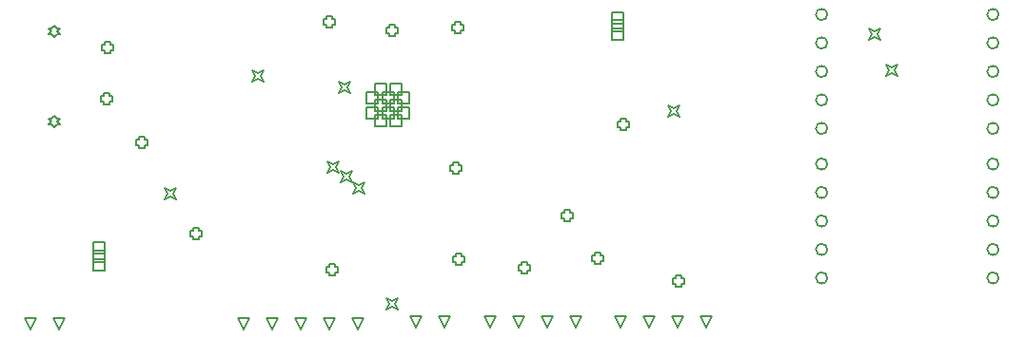
<source format=gbr>
G04*
G04 #@! TF.GenerationSoftware,Altium Limited,Altium Designer,24.7.2 (38)*
G04*
G04 Layer_Color=2752767*
%FSLAX25Y25*%
%MOIN*%
G70*
G04*
G04 #@! TF.SameCoordinates,557B2C77-FFCE-42D9-A2FA-4134FEC932EB*
G04*
G04*
G04 #@! TF.FilePolarity,Positive*
G04*
G01*
G75*
%ADD12C,0.00500*%
%ADD79C,0.00667*%
D12*
X142902Y89095D02*
Y93094D01*
X146902D01*
Y89095D01*
X142902D01*
X137390Y89095D02*
Y93094D01*
X141390D01*
Y89095D01*
X137390D01*
X142902Y94606D02*
Y98606D01*
X146902D01*
Y94606D01*
X142902D01*
X137390Y94606D02*
Y98606D01*
X141390D01*
Y94606D01*
X137390D01*
X142902Y100118D02*
Y104118D01*
X146902D01*
Y100118D01*
X142902D01*
X137390Y100118D02*
Y104118D01*
X141390D01*
Y100118D01*
X137390D01*
X145658Y91850D02*
Y95850D01*
X149657D01*
Y91850D01*
X145658D01*
X140146D02*
Y95850D01*
X144146D01*
Y91850D01*
X140146D01*
X134634Y91850D02*
Y95850D01*
X138634D01*
Y91850D01*
X134634D01*
X145658Y97362D02*
Y101362D01*
X149657D01*
Y97362D01*
X145658D01*
X134634Y97362D02*
Y101362D01*
X138634D01*
Y97362D01*
X134634D01*
X140146Y97362D02*
Y101362D01*
X144146D01*
Y97362D01*
X140146D01*
X39000Y44440D02*
Y48440D01*
X43000D01*
Y44440D01*
X39000D01*
X25205Y120488D02*
X26205Y121488D01*
X27205D01*
X26205Y122488D01*
X27205Y123488D01*
X26205D01*
X25205Y124488D01*
X24205Y123488D01*
X23205D01*
X24205Y122488D01*
X23205Y121488D01*
X24205D01*
X25205Y120488D01*
Y88992D02*
X26205Y89992D01*
X27205D01*
X26205Y90992D01*
X27205Y91992D01*
X26205D01*
X25205Y92992D01*
X24205Y91992D01*
X23205D01*
X24205Y90992D01*
X23205Y89992D01*
X24205D01*
X25205Y88992D01*
X178000Y18500D02*
X176000Y22500D01*
X180000D01*
X178000Y18500D01*
X188000D02*
X186000Y22500D01*
X190000D01*
X188000Y18500D01*
X198000D02*
X196000Y22500D01*
X200000D01*
X198000Y18500D01*
X208000D02*
X206000Y22500D01*
X210000D01*
X208000Y18500D01*
X27000Y18000D02*
X25000Y22000D01*
X29000D01*
X27000Y18000D01*
X17000D02*
X15000Y22000D01*
X19000D01*
X17000Y18000D01*
X220500Y119500D02*
Y123500D01*
X224500D01*
Y119500D01*
X220500D01*
Y122440D02*
Y126440D01*
X224500D01*
Y122440D01*
X220500D01*
Y125380D02*
Y129380D01*
X224500D01*
Y125380D01*
X220500D01*
X39000Y41500D02*
Y45500D01*
X43000D01*
Y41500D01*
X39000D01*
Y38560D02*
Y42560D01*
X43000D01*
Y38560D01*
X39000D01*
X162000Y18500D02*
X160000Y22500D01*
X164000D01*
X162000Y18500D01*
X152000D02*
X150000Y22500D01*
X154000D01*
X152000Y18500D01*
X91500Y18000D02*
X89500Y22000D01*
X93500D01*
X91500Y18000D01*
X101500D02*
X99500Y22000D01*
X103500D01*
X101500Y18000D01*
X111500D02*
X109500Y22000D01*
X113500D01*
X111500Y18000D01*
X121500D02*
X119500Y22000D01*
X123500D01*
X121500Y18000D01*
X131500D02*
X129500Y22000D01*
X133500D01*
X131500Y18000D01*
X223500Y18500D02*
X221500Y22500D01*
X225500D01*
X223500Y18500D01*
X233500D02*
X231500Y22500D01*
X235500D01*
X233500Y18500D01*
X243500D02*
X241500Y22500D01*
X245500D01*
X243500Y18500D01*
X253500D02*
X251500Y22500D01*
X255500D01*
X253500Y18500D01*
X310500Y119500D02*
X311500Y121500D01*
X310500Y123500D01*
X312500Y122500D01*
X314500Y123500D01*
X313500Y121500D01*
X314500Y119500D01*
X312500Y120500D01*
X310500Y119500D01*
X55000Y82500D02*
Y81500D01*
X57000D01*
Y82500D01*
X58000D01*
Y84500D01*
X57000D01*
Y85500D01*
X55000D01*
Y84500D01*
X54000D01*
Y82500D01*
X55000D01*
X42500Y98000D02*
Y97000D01*
X44500D01*
Y98000D01*
X45500D01*
Y100000D01*
X44500D01*
Y101000D01*
X42500D01*
Y100000D01*
X41500D01*
Y98000D01*
X42500D01*
X43000Y116000D02*
Y115000D01*
X45000D01*
Y116000D01*
X46000D01*
Y118000D01*
X45000D01*
Y119000D01*
X43000D01*
Y118000D01*
X42000D01*
Y116000D01*
X43000D01*
X142500Y122000D02*
Y121000D01*
X144500D01*
Y122000D01*
X145500D01*
Y124000D01*
X144500D01*
Y125000D01*
X142500D01*
Y124000D01*
X141500D01*
Y122000D01*
X142500D01*
X165500Y123000D02*
Y122000D01*
X167500D01*
Y123000D01*
X168500D01*
Y125000D01*
X167500D01*
Y126000D01*
X165500D01*
Y125000D01*
X164500D01*
Y123000D01*
X165500D01*
X165000Y73500D02*
Y72500D01*
X167000D01*
Y73500D01*
X168000D01*
Y75500D01*
X167000D01*
Y76500D01*
X165000D01*
Y75500D01*
X164000D01*
Y73500D01*
X165000D01*
X243000Y34000D02*
Y33000D01*
X245000D01*
Y34000D01*
X246000D01*
Y36000D01*
X245000D01*
Y37000D01*
X243000D01*
Y36000D01*
X242000D01*
Y34000D01*
X243000D01*
X214500Y42000D02*
Y41000D01*
X216500D01*
Y42000D01*
X217500D01*
Y44000D01*
X216500D01*
Y45000D01*
X214500D01*
Y44000D01*
X213500D01*
Y42000D01*
X214500D01*
X189000Y38500D02*
Y37500D01*
X191000D01*
Y38500D01*
X192000D01*
Y40500D01*
X191000D01*
Y41500D01*
X189000D01*
Y40500D01*
X188000D01*
Y38500D01*
X189000D01*
X121500Y38000D02*
Y37000D01*
X123500D01*
Y38000D01*
X124500D01*
Y40000D01*
X123500D01*
Y41000D01*
X121500D01*
Y40000D01*
X120500D01*
Y38000D01*
X121500D01*
X223500Y89000D02*
Y88000D01*
X225500D01*
Y89000D01*
X226500D01*
Y91000D01*
X225500D01*
Y92000D01*
X223500D01*
Y91000D01*
X222500D01*
Y89000D01*
X223500D01*
X204000Y57000D02*
Y56000D01*
X206000D01*
Y57000D01*
X207000D01*
Y59000D01*
X206000D01*
Y60000D01*
X204000D01*
Y59000D01*
X203000D01*
Y57000D01*
X204000D01*
X166000Y41500D02*
Y40500D01*
X168000D01*
Y41500D01*
X169000D01*
Y43500D01*
X168000D01*
Y44500D01*
X166000D01*
Y43500D01*
X165000D01*
Y41500D01*
X166000D01*
X120500Y125000D02*
Y124000D01*
X122500D01*
Y125000D01*
X123500D01*
Y127000D01*
X122500D01*
Y128000D01*
X120500D01*
Y127000D01*
X119500D01*
Y125000D01*
X120500D01*
X74000Y50500D02*
Y49500D01*
X76000D01*
Y50500D01*
X77000D01*
Y52500D01*
X76000D01*
Y53500D01*
X74000D01*
Y52500D01*
X73000D01*
Y50500D01*
X74000D01*
X240255Y92667D02*
X241255Y94666D01*
X240255Y96667D01*
X242255Y95666D01*
X244255Y96667D01*
X243255Y94666D01*
X244255Y92667D01*
X242255Y93666D01*
X240255Y92667D01*
X141500Y25000D02*
X142500Y27000D01*
X141500Y29000D01*
X143500Y28000D01*
X145500Y29000D01*
X144500Y27000D01*
X145500Y25000D01*
X143500Y26000D01*
X141500Y25000D01*
X94500Y105000D02*
X95500Y107000D01*
X94500Y109000D01*
X96500Y108000D01*
X98500Y109000D01*
X97500Y107000D01*
X98500Y105000D01*
X96500Y106000D01*
X94500Y105000D01*
X64000Y63500D02*
X65000Y65500D01*
X64000Y67500D01*
X66000Y66500D01*
X68000Y67500D01*
X67000Y65500D01*
X68000Y63500D01*
X66000Y64500D01*
X64000Y63500D01*
X125000Y101000D02*
X126000Y103000D01*
X125000Y105000D01*
X127000Y104000D01*
X129000Y105000D01*
X128000Y103000D01*
X129000Y101000D01*
X127000Y102000D01*
X125000Y101000D01*
X130000Y65500D02*
X131000Y67500D01*
X130000Y69500D01*
X132000Y68500D01*
X134000Y69500D01*
X133000Y67500D01*
X134000Y65500D01*
X132000Y66500D01*
X130000Y65500D01*
X125500Y69500D02*
X126500Y71500D01*
X125500Y73500D01*
X127500Y72500D01*
X129500Y73500D01*
X128500Y71500D01*
X129500Y69500D01*
X127500Y70500D01*
X125500Y69500D01*
X121000Y73000D02*
X122000Y75000D01*
X121000Y77000D01*
X123000Y76000D01*
X125000Y77000D01*
X124000Y75000D01*
X125000Y73000D01*
X123000Y74000D01*
X121000Y73000D01*
X316500Y107000D02*
X317500Y109000D01*
X316500Y111000D01*
X318500Y110000D01*
X320500Y111000D01*
X319500Y109000D01*
X320500Y107000D01*
X318500Y108000D01*
X316500Y107000D01*
D79*
X356000Y36000D02*
G03*
X356000Y36000I-2000J0D01*
G01*
Y46000D02*
G03*
X356000Y46000I-2000J0D01*
G01*
Y56000D02*
G03*
X356000Y56000I-2000J0D01*
G01*
Y66000D02*
G03*
X356000Y66000I-2000J0D01*
G01*
Y76000D02*
G03*
X356000Y76000I-2000J0D01*
G01*
X296000D02*
G03*
X296000Y76000I-2000J0D01*
G01*
Y66000D02*
G03*
X296000Y66000I-2000J0D01*
G01*
Y56000D02*
G03*
X296000Y56000I-2000J0D01*
G01*
Y46000D02*
G03*
X296000Y46000I-2000J0D01*
G01*
Y36000D02*
G03*
X296000Y36000I-2000J0D01*
G01*
X356000Y88500D02*
G03*
X356000Y88500I-2000J0D01*
G01*
Y98500D02*
G03*
X356000Y98500I-2000J0D01*
G01*
Y108500D02*
G03*
X356000Y108500I-2000J0D01*
G01*
Y118500D02*
G03*
X356000Y118500I-2000J0D01*
G01*
Y128500D02*
G03*
X356000Y128500I-2000J0D01*
G01*
X296000D02*
G03*
X296000Y128500I-2000J0D01*
G01*
Y118500D02*
G03*
X296000Y118500I-2000J0D01*
G01*
Y108500D02*
G03*
X296000Y108500I-2000J0D01*
G01*
Y98500D02*
G03*
X296000Y98500I-2000J0D01*
G01*
Y88500D02*
G03*
X296000Y88500I-2000J0D01*
G01*
M02*

</source>
